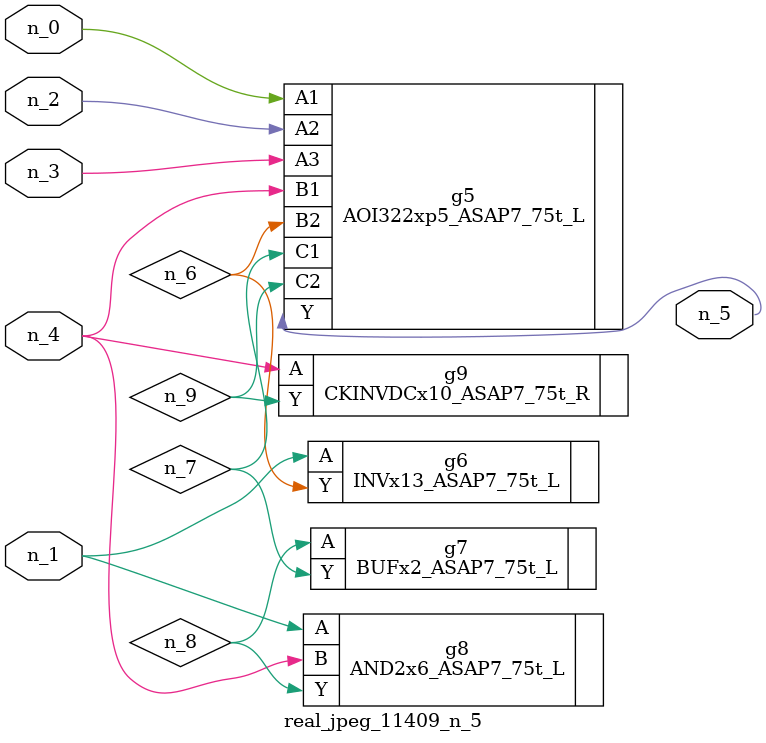
<source format=v>
module real_jpeg_11409_n_5 (n_4, n_0, n_1, n_2, n_3, n_5);

input n_4;
input n_0;
input n_1;
input n_2;
input n_3;

output n_5;

wire n_8;
wire n_6;
wire n_7;
wire n_9;

AOI322xp5_ASAP7_75t_L g5 ( 
.A1(n_0),
.A2(n_2),
.A3(n_3),
.B1(n_4),
.B2(n_6),
.C1(n_7),
.C2(n_9),
.Y(n_5)
);

INVx13_ASAP7_75t_L g6 ( 
.A(n_1),
.Y(n_6)
);

AND2x6_ASAP7_75t_L g8 ( 
.A(n_1),
.B(n_4),
.Y(n_8)
);

CKINVDCx10_ASAP7_75t_R g9 ( 
.A(n_4),
.Y(n_9)
);

BUFx2_ASAP7_75t_L g7 ( 
.A(n_8),
.Y(n_7)
);


endmodule
</source>
